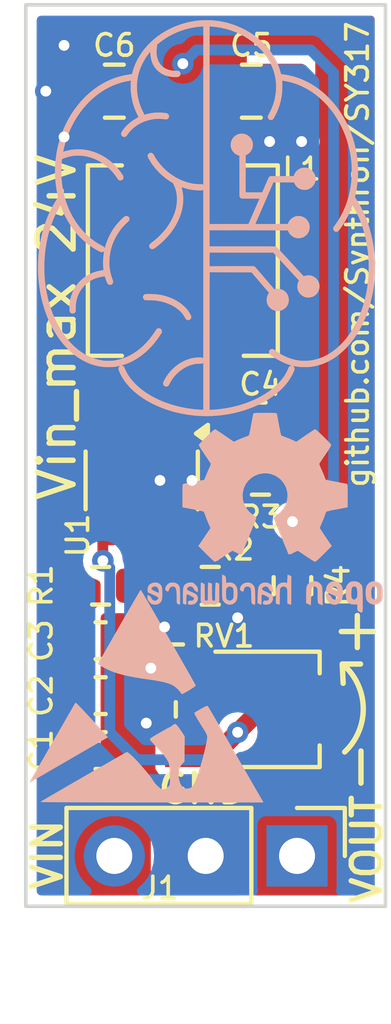
<source format=kicad_pcb>
(kicad_pcb (version 20221018) (generator pcbnew)
  (layers (0 "F.Cu" signal) (31 "B.Cu" signal) (34 "B.Paste" user) (35 "F.Paste" user) (36 "B.SilkS" user "B.Silkscreen") (37 "F.SilkS" user "F.Silkscreen") (38 "B.Mask" user) (39 "F.Mask" user) (44 "Edge.Cuts" user))
  (net 0 "")
  (net 1 "VD")
  (net 2 "GND")
  (net 3 "Net-(C4-Pad1)")
  (net 4 "Net-(U1-SW)")
  (net 5 "VDD")
  (net 6 "Net-(U1-EN)")
  (net 7 "Net-(U1-BOOT)")
  (net 8 "Net-(U1-FB)")
  (footprint "Capacitor_SMD:C_0805_2012Metric" (layer "F.Cu") (at 166.37 91.694)
    (fp_text reference "C5" (at 0 -1.27) (layer "F.SilkS") (effects (font (size 0.6 0.6) (thickness 0.1))))
    (fp_text value "22µ")
    (pad "1" smd roundrect (at -0.95 0) (size 1 1.45) (layers "F.Cu" "F.Paste" "F.Mask") (net 5 "VDD"))
    (pad "2" smd roundrect (at 0.95 0) (size 1 1.45) (layers "F.Cu" "F.Paste" "F.Mask") (net 2 "GND"))
  )
  (footprint "Resistor_SMD:R_0603_1608Metric" (layer "F.Cu") (at 165.227 105.41)
    (fp_text reference "R2" (at 0.635 -1.016) (layer "F.SilkS") (effects (font (size 0.6 0.6) (thickness 0.1))))
    (fp_text value "39k")
    (pad "1" smd roundrect (at -0.825 0) (size 0.8 0.95) (layers "F.Cu" "F.Paste" "F.Mask") (net 6 "Net-(U1-EN)"))
    (pad "2" smd roundrect (at 0.825 0) (size 0.8 0.95) (layers "F.Cu" "F.Paste" "F.Mask") (net 2 "GND"))
  )
  (footprint "Resistor_SMD:R_0603_1608Metric" (layer "F.Cu") (at 162.179 105.41)
    (fp_text reference "R1" (at -1.651 0 90) (layer "F.SilkS") (effects (font (size 0.6 0.6) (thickness 0.1))))
    (fp_text value "180k")
    (pad "1" smd roundrect (at -0.825 0) (size 0.8 0.95) (layers "F.Cu" "F.Paste" "F.Mask") (net 1 "VD"))
    (pad "2" smd roundrect (at 0.825 0) (size 0.8 0.95) (layers "F.Cu" "F.Paste" "F.Mask") (net 6 "Net-(U1-EN)"))
  )
  (footprint "Capacitor_SMD:C_0603_1608Metric" (layer "F.Cu") (at 162.179 108.458)
    (fp_text reference "C2" (at -1.651 0 90) (layer "F.SilkS") (effects (font (size 0.6 0.6) (thickness 0.1))))
    (fp_text value "10µ")
    (pad "1" smd roundrect (at -0.775 0) (size 0.9 0.95) (layers "F.Cu" "F.Paste" "F.Mask") (net 1 "VD"))
    (pad "2" smd roundrect (at 0.775 0) (size 0.9 0.95) (layers "F.Cu" "F.Paste" "F.Mask") (net 2 "GND"))
  )
  (footprint "Capacitor_SMD:C_0603_1608Metric" (layer "F.Cu") (at 166.624 100.838 180)
    (fp_text reference "C4" (at 0 1.016) (layer "F.SilkS") (effects (font (size 0.6 0.6) (thickness 0.1))))
    (fp_text value "100n")
    (pad "1" smd roundrect (at -0.775 0 180) (size 0.9 0.95) (layers "F.Cu" "F.Paste" "F.Mask") (net 3 "Net-(C4-Pad1)"))
    (pad "2" smd roundrect (at 0.775 0 180) (size 0.9 0.95) (layers "F.Cu" "F.Paste" "F.Mask") (net 4 "Net-(U1-SW)"))
  )
  (footprint "Capacitor_SMD:C_0603_1608Metric" (layer "F.Cu") (at 162.179 106.934)
    (fp_text reference "C3" (at -1.651 0 90) (layer "F.SilkS") (effects (font (size 0.6 0.6) (thickness 0.1))))
    (fp_text value "100n")
    (pad "1" smd roundrect (at -0.775 0) (size 0.9 0.95) (layers "F.Cu" "F.Paste" "F.Mask") (net 1 "VD"))
    (pad "2" smd roundrect (at 0.775 0) (size 0.9 0.95) (layers "F.Cu" "F.Paste" "F.Mask") (net 2 "GND"))
  )
  (footprint "Inductor_SMD:L_Vishay_IHLP-2020" (layer "F.Cu") (at 164.465 96.393 90)
    (fp_text reference "L1" (at 2.54 3.302 180) (layer "F.SilkS") (effects (font (size 0.6 0.6) (thickness 0.1))))
    (fp_text value "5µ6H")
    (pad "1" smd rect (at -2.4265 0 90) (size 1.903 2.79) (layers "F.Cu" "F.Paste" "F.Mask") (net 4 "Net-(U1-SW)"))
    (pad "2" smd rect (at 2.4265 0 90) (size 1.903 2.79) (layers "F.Cu" "F.Paste" "F.Mask") (net 5 "VDD"))
  )
  (footprint "Capacitor_SMD:C_0805_2012Metric" (layer "F.Cu") (at 162.56 91.694 180)
    (fp_text reference "C6" (at 0 1.27) (layer "F.SilkS") (effects (font (size 0.6 0.6) (thickness 0.1))))
    (fp_text value "22µ")
    (pad "1" smd roundrect (at -0.95 0 180) (size 1 1.45) (layers "F.Cu" "F.Paste" "F.Mask") (net 5 "VDD"))
    (pad "2" smd roundrect (at 0.95 0 180) (size 1 1.45) (layers "F.Cu" "F.Paste" "F.Mask") (net 2 "GND"))
  )
  (footprint "Resistor_SMD:R_0603_1608Metric" (layer "F.Cu") (at 166.624 102.362 180)
    (fp_text reference "R3" (at 0 -1.143) (layer "F.SilkS") (effects (font (size 0.6 0.6) (thickness 0.1))))
    (fp_text value "30")
    (pad "1" smd roundrect (at -0.825 0 180) (size 0.8 0.95) (layers "F.Cu" "F.Paste" "F.Mask") (net 3 "Net-(C4-Pad1)"))
    (pad "2" smd roundrect (at 0.825 0 180) (size 0.8 0.95) (layers "F.Cu" "F.Paste" "F.Mask") (net 7 "Net-(U1-BOOT)"))
  )
  (footprint "Capacitor_SMD:C_0603_1608Metric" (layer "F.Cu") (at 162.179 109.982)
    (fp_text reference "C1" (at -1.651 0 90) (layer "F.SilkS") (effects (font (size 0.6 0.6) (thickness 0.1))))
    (fp_text value "10µ")
    (pad "1" smd roundrect (at -0.775 0) (size 0.9 0.95) (layers "F.Cu" "F.Paste" "F.Mask") (net 1 "VD"))
    (pad "2" smd roundrect (at 0.775 0) (size 0.9 0.95) (layers "F.Cu" "F.Paste" "F.Mask") (net 2 "GND"))
  )
  (footprint "Resistor_SMD:R_0603_1608Metric" (layer "F.Cu") (at 167.513 105.41 -90)
    (fp_text reference "R4" (at 0 -1.27 -270) (layer "F.SilkS") (effects (font (size 0.6 0.6) (thickness 0.1))))
    (fp_text value "22k")
    (pad "1" smd roundrect (at -0.825 0 270) (size 0.8 0.95) (layers "F.Cu" "F.Paste" "F.Mask") (net 5 "VDD"))
    (pad "2" smd roundrect (at 0.825 0 270) (size 0.8 0.95) (layers "F.Cu" "F.Paste" "F.Mask") (net 8 "Net-(U1-FB)"))
  )
  (footprint "Potentiometer_SMD:Potentiometer_Bourns_TC33X_Vertical" (layer "F.Cu") (at 166.37 108.839)
    (fp_text reference "RV1" (at -0.762 -2.032 180) (layer "F.SilkS") (effects (font (size 0.6 0.6) (thickness 0.1))))
    (fp_text value "50k")
    (pad "1" smd rect (at -1.8 -1) (size 1.2 1.2) (layers "F.Cu" "F.Paste" "F.Mask") (net 2 "GND"))
    (pad "2" smd rect (at 1.45 0) (size 1.5 1.6) (layers "F.Cu" "F.Paste" "F.Mask") (net 8 "Net-(U1-FB)"))
    (pad "3" smd rect (at -1.8 1) (size 1.2 1.2) (layers "F.Cu" "F.Paste" "F.Mask") (net 8 "Net-(U1-FB)"))
  )
  (footprint "Connector_PinHeader_2.54mm:PinHeader_1x03_P2.54mm_Vertical" (layer "F.Cu") (at 167.64 112.903 -90)
    (fp_text reference "J1" (at 0.889 3.81) (layer "F.SilkS") (effects (font (size 0.6 0.6) (thickness 0.1))))
    (fp_text value "Conn_01x03")
    (pad "1" thru_hole rect (at 0 0 270) (size 1.7 1.7) (drill 1) (layers "*.Cu" "*.Mask") (net 5 "VDD"))
    (pad "2" thru_hole oval (at 0 2.54 270) (size 1.7 1.7) (drill 1) (layers "*.Cu" "*.Mask") (net 2 "GND"))
    (pad "3" thru_hole oval (at 0 5.08 270) (size 1.7 1.7) (drill 1) (layers "*.Cu" "*.Mask") (net 1 "VD"))
  )
  (footprint "Package_TO_SOT_SMD:SOT-23-6" (layer "F.Cu") (at 163.322 102.489 -90)
    (fp_text reference "U1" (at 1.524 1.778 90) (layer "F.SilkS") (effects (font (size 0.6 0.6) (thickness 0.1))))
    (fp_text value "TPS56339DDC")
    (pad "1" smd roundrect (at -1.1375 -0.95 270) (size 1.325 0.6) (layers "F.Cu" "F.Paste" "F.Mask") (net 2 "GND"))
    (pad "2" smd roundrect (at -1.1375 0 270) (size 1.325 0.6) (layers "F.Cu" "F.Paste" "F.Mask") (net 4 "Net-(U1-SW)"))
    (pad "3" smd roundrect (at -1.1375 0.95 270) (size 1.325 0.6) (layers "F.Cu" "F.Paste" "F.Mask") (net 1 "VD"))
    (pad "4" smd roundrect (at 1.1375 0.95 270) (size 1.325 0.6) (layers "F.Cu" "F.Paste" "F.Mask") (net 8 "Net-(U1-FB)"))
    (pad "5" smd roundrect (at 1.1375 0 270) (size 1.325 0.6) (layers "F.Cu" "F.Paste" "F.Mask") (net 6 "Net-(U1-EN)"))
    (pad "6" smd roundrect (at 1.1375 -0.95 270) (size 1.325 0.6) (layers "F.Cu" "F.Paste" "F.Mask") (net 7 "Net-(U1-BOOT)"))
  )
  (footprint "Eigene:logo" (layer "B.Cu") (at 165.1 95.25 180)
    (fp_text reference "G***" hide)
    (fp_text value "LOGO" hide)
  )
  (footprint "Symbol:ESD-Logo_6.6x6mm_SilkScreen" (layer "B.Cu") (at 163.449 108.458 180)
    (fp_text reference "REF**" hide)
    (fp_text value "ESD-Logo_6.6x6mm_SilkScreen" hide)
  )
  (footprint "Symbol:OSHW-Logo2_7.3x6mm_SilkScreen" (layer "B.Cu") (at 166.751 103.378 180)
    (fp_text reference "REF**" hide)
    (fp_text value "OSHW-Logo2_7.3x6mm_SilkScreen" hide)
  )
  (gr_line (start 168.8973 107.5817) (end 169.4053 107.5817) (stroke (width 0.15)) (layer "F.SilkS"))
  (gr_line (start 168.8719 106.68) (end 169.7609 106.68) (stroke (width 0.15)) (layer "F.SilkS"))
  (gr_line (start 168.8973 107.5817) (end 168.9227 108.1151) (stroke (width 0.15)) (layer "F.SilkS"))
  (gr_line (start 169.3164 107.1245) (end 169.3164 106.2355) (stroke (width 0.15)) (layer "F.SilkS"))
  (gr_line (start 169.418 109.9947) (end 169.418 110.8837) (stroke (width 0.15)) (layer "F.SilkS"))
  (gr_arc (start 168.963806 107.633634) (mid 169.4815 108.8263) (end 168.96546 110.019683) (stroke (width 0.15)) (layer "F.SilkS"))
  (gr_line (start 160.1 114.3) (end 170.1 114.3) (stroke (width 0.1)) (layer "Edge.Cuts"))
  (gr_line (start 160.1 89.3) (end 160.1 114.3) (stroke (width 0.1)) (layer "Edge.Cuts"))
  (gr_line (start 170.1 89.3) (end 160.1 89.3) (stroke (width 0.1)) (layer "Edge.Cuts"))
  (gr_line (start 170.1 114.3) (end 170.1 89.3) (stroke (width 0.1)) (layer "Edge.Cuts"))
  (gr_text "VOUT" (at 170.053 114.3 90) (layer "F.SilkS") (effects (font (size 0.8 0.8)) (justify left bottom)))
  (gr_text "VIN" (at 161.163 113.919 90) (layer "F.SilkS") (effects (font (size 0.8 0.8)) (justify left bottom)))
  (gr_text "github.com/Synthron/SY317" (at 169.672 102.743 90) (layer "F.SilkS") (effects (font (size 0.6 0.6) (thickness 0.1) bold) (justify left bottom)))
  (gr_text "GND" (at 163.703 111.506) (layer "F.SilkS") (effects (font (size 0.8 0.8)) (justify left bottom)))
  (gr_text "Vin_max 24V" (at 161.544 103.124 90) (layer "F.SilkS") (effects (font (size 1 1)) (justify left bottom)))
  (segment (start 164.272 101.3515) (end 164.272 102.042) (width 0.5) (layer "F.Cu") (net 2))
  (segment (start 164.272 101.3515) (end 164.272 102.047) (width 0.5) (layer "F.Cu") (net 2))
  (segment (start 164.272 102.047) (end 163.83 102.489) (width 0.5) (layer "F.Cu") (net 2))
  (segment (start 164.719 102.489) (end 163.83 102.489) (width 0.5) (layer "F.Cu") (net 2))
  (segment (start 164.272 102.042) (end 164.719 102.489) (width 0.5) (layer "F.Cu") (net 2))
  (via (at 167.767 93.091) (size 0.6) (drill 0.3) (layers "F.Cu" "B.Cu") (net 2))
  (via (at 163.957 106.553) (size 0.6) (drill 0.3) (layers "F.Cu" "B.Cu") (net 2))
  (via (at 161.163 90.424) (size 0.6) (drill 0.3) (layers "F.Cu" "B.Cu") (net 2))
  (via (at 161.163 92.964) (size 0.6) (drill 0.3) (layers "F.Cu" "B.Cu") (net 2))
  (via (at 163.83 102.489) (size 0.6) (drill 0.3) (layers "F.Cu" "B.Cu") (net 2))
  (via (at 164.719 102.489) (size 0.6) (drill 0.3) (layers "F.Cu" "B.Cu") (net 2))
  (via (at 165.989 106.299) (size 0.6) (drill 0.3) (layers "F.Cu" "B.Cu") (net 2))
  (via (at 160.655 91.694) (size 0.6) (drill 0.3) (layers "F.Cu" "B.Cu") (net 2))
  (via (at 163.576 107.696) (size 0.6) (drill 0.3) (layers "F.Cu" "B.Cu") (net 2))
  (via (at 163.449 109.22) (size 0.6) (drill 0.3) (layers "F.Cu" "B.Cu") (net 2))
  (via (at 166.878 93.091) (size 0.6) (drill 0.3) (layers "F.Cu" "B.Cu") (net 2))
  (segment (start 167.399 102.312) (end 167.449 102.362) (width 0.5) (layer "F.Cu") (net 3))
  (segment (start 167.399 100.838) (end 167.399 102.312) (width 0.5) (layer "F.Cu") (net 3))
  (segment (start 167.513 103.632) (end 167.513 104.585) (width 0.5) (layer "F.Cu") (net 5))
  (via (at 167.513 103.632) (size 0.6) (drill 0.3) (layers "F.Cu" "B.Cu") (net 5))
  (via (at 164.465 90.932) (size 0.6) (drill 0.3) (layers "F.Cu" "B.Cu") (net 5))
  (segment (start 168.656 91.186) (end 168.021 90.551) (width 0.3) (layer "B.Cu") (net 5))
  (segment (start 168.021 90.551) (end 164.846 90.551) (width 0.3) (layer "B.Cu") (net 5))
  (segment (start 164.846 90.551) (end 164.465 90.932) (width 0.3) (layer "B.Cu") (net 5))
  (segment (start 167.513 103.632) (end 168.656 102.489) (width 0.3) (layer "B.Cu") (net 5))
  (segment (start 168.656 102.489) (end 168.656 91.186) (width 0.3) (layer "B.Cu") (net 5))
  (segment (start 164.402 105.41) (end 163.004 105.41) (width 0.5) (layer "F.Cu") (net 6))
  (segment (start 163.322 103.6265) (end 163.322 105.092) (width 0.5) (layer "F.Cu") (net 6))
  (segment (start 163.322 105.092) (end 163.004 105.41) (width 0.5) (layer "F.Cu") (net 6))
  (segment (start 165.608 103.632) (end 165.6025 103.6265) (width 0.5) (layer "F.Cu") (net 7))
  (segment (start 165.6025 103.6265) (end 164.272 103.6265) (width 0.5) (layer "F.Cu") (net 7))
  (segment (start 165.799 103.441) (end 165.608 103.632) (width 0.5) (layer "F.Cu") (net 7))
  (segment (start 165.799 102.362) (end 165.799 103.441) (width 0.5) (layer "F.Cu") (net 7))
  (segment (start 162.241288 103.757212) (end 162.372 103.6265) (width 0.3) (layer "F.Cu") (net 8))
  (segment (start 165.624 109.839) (end 165.989 109.474) (width 0.5) (layer "F.Cu") (net 8))
  (segment (start 165.989 109.474) (end 166.624 108.839) (width 0.5) (layer "F.Cu") (net 8))
  (segment (start 164.57 109.839) (end 165.624 109.839) (width 0.5) (layer "F.Cu") (net 8))
  (segment (start 167.513 108.532) (end 167.82 108.839) (width 0.5) (layer "F.Cu") (net 8))
  (segment (start 167.513 106.235) (end 167.513 108.532) (width 0.5) (layer "F.Cu") (net 8))
  (segment (start 162.241288 104.717191) (end 162.241288 103.757212) (width 0.3) (layer "F.Cu") (net 8))
  (segment (start 166.624 108.839) (end 167.82 108.839) (width 0.5) (layer "F.Cu") (net 8))
  (via (at 162.241288 104.717191) (size 0.6) (drill 0.3) (layers "F.Cu" "B.Cu") (net 8))
  (via (at 165.989 109.474) (size 0.6) (drill 0.3) (layers "F.Cu" "B.Cu") (net 8))
  (segment (start 162.433 104.908903) (end 162.241288 104.717191) (width 0.3) (layer "B.Cu") (net 8))
  (segment (start 165.227 110.236) (end 163.195 110.236) (width 0.3) (layer "B.Cu") (net 8))
  (segment (start 162.433 109.474) (end 162.433 108.839) (width 0.3) (layer "B.Cu") (net 8))
  (segment (start 165.989 109.474) (end 165.227 110.236) (width 0.3) (layer "B.Cu") (net 8))
  (segment (start 163.195 110.236) (end 162.433 109.474) (width 0.3) (layer "B.Cu") (net 8))
  (segment (start 162.433 108.839) (end 162.433 104.908903) (width 0.3) (layer "B.Cu") (net 8))
  (zone (net 2) (net_name "GND") (layer "F.Cu") (priority 2) (connect_pads yes (clearance 0.25)) (min_thickness 0.25) (fill yes (thermal_gap 0.5) (thermal_bridge_width 0.5))
    (polygon (pts (xy 163.83 114.3) (xy 163.83 111.125) (xy 162.179 111.125) (xy 162.179 106.172) (xy 165.227 106.172) (xy 165.227 104.648) (xy 166.751 104.648) (xy 166.751 107.696) (xy 165.608 108.839) (xy 163.703 108.839) (xy 163.703 110.49) (xy 166.37 110.49) (xy 166.37 114.3)))
  )
  (zone (net 2) (net_name "GND") (layer "F.Cu") (connect_pads yes (clearance 0.25)) (min_thickness 0.25) (fill yes (thermal_gap 0.5) (thermal_bridge_width 0.5))
    (polygon (pts (xy 166.497 90.678) (xy 168.148 90.678) (xy 168.148 93.472) (xy 166.497 93.472)))
  )
  (zone (net 5) (net_name "VDD") (layer "F.Cu") (priority 3) (connect_pads yes (clearance 0.2)) (min_thickness 0.2) (fill yes (thermal_gap 0.5) (thermal_bridge_width 0.5))
    (polygon (pts (xy 166.37 114.3) (xy 170.053 114.3) (xy 170.053 89.281) (xy 162.56 89.281) (xy 162.56 95.25) (xy 166.243 95.25) (xy 166.243 90.678) (xy 168.148 90.678) (xy 168.148 94.107) (xy 168.148 103.759) (xy 168.529 104.14) (xy 168.529 107.442) (xy 168.783 107.696) (xy 168.783 109.728) (xy 168.021 110.49) (xy 166.37 110.49)))
  )
  (zone (net 2) (net_name "GND") (layer "F.Cu") (priority 1) (connect_pads yes (clearance 0.25)) (min_thickness 0.25) (fill yes (thermal_gap 0.5) (thermal_bridge_width 0.5))
    (polygon (pts (xy 162.433 93.345) (xy 160.274 93.345) (xy 160.274 90.043) (xy 162.433 90.043)))
  )
  (zone (net 1) (net_name "VD") (layer "F.Cu") (connect_pads yes (clearance 0.25)) (min_thickness 0.25) (fill yes (thermal_gap 0.5) (thermal_bridge_width 0.5))
    (polygon (pts (xy 163.83 114.3) (xy 163.83 111.252) (xy 162.179 111.252) (xy 162.179 104.902) (xy 161.671 104.394) (xy 161.671 102.489) (xy 162.814 102.489) (xy 162.814 100.33) (xy 160.147 100.33) (xy 160.147 114.3)))
  )
  (zone (net 4) (net_name "Net-(U1-SW)") (layer "F.Cu") (priority 3) (connect_pads yes (clearance 0.25)) (min_thickness 0.25) (fill yes (thermal_gap 0.5) (thermal_bridge_width 0.5))
    (polygon (pts (xy 162.941 102.108) (xy 163.703 102.108) (xy 163.703 100.33) (xy 165.1 100.33) (xy 165.1 101.6) (xy 166.624 101.6) (xy 166.624 97.536) (xy 162.687 97.536) (xy 162.687 100.203) (xy 162.941 100.203)))
  )
  (zone (net 2) (net_name "GND") (layer "B.Cu") (connect_pads yes (clearance 0.25)) (min_thickness 0.25) (fill yes (thermal_gap 0.5) (thermal_bridge_width 0.5))
    (polygon (pts (xy 170.053 114.3) (xy 160.147 114.3) (xy 160.147 89.281) (xy 170.053 89.281)))
  )
)
</source>
